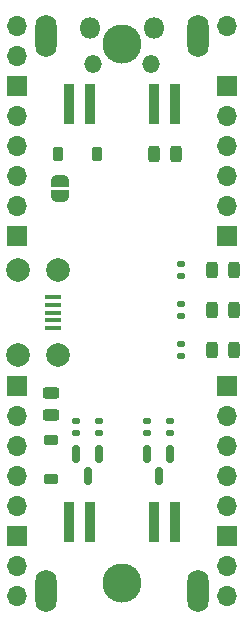
<source format=gbr>
%TF.GenerationSoftware,KiCad,Pcbnew,(7.0.0)*%
%TF.CreationDate,2023-03-17T13:32:38-05:00*%
%TF.ProjectId,adbuino,61646275-696e-46f2-9e6b-696361645f70,rev?*%
%TF.SameCoordinates,Original*%
%TF.FileFunction,Soldermask,Bot*%
%TF.FilePolarity,Negative*%
%FSLAX46Y46*%
G04 Gerber Fmt 4.6, Leading zero omitted, Abs format (unit mm)*
G04 Created by KiCad (PCBNEW (7.0.0)) date 2023-03-17 13:32:38*
%MOMM*%
%LPD*%
G01*
G04 APERTURE LIST*
G04 Aperture macros list*
%AMRoundRect*
0 Rectangle with rounded corners*
0 $1 Rounding radius*
0 $2 $3 $4 $5 $6 $7 $8 $9 X,Y pos of 4 corners*
0 Add a 4 corners polygon primitive as box body*
4,1,4,$2,$3,$4,$5,$6,$7,$8,$9,$2,$3,0*
0 Add four circle primitives for the rounded corners*
1,1,$1+$1,$2,$3*
1,1,$1+$1,$4,$5*
1,1,$1+$1,$6,$7*
1,1,$1+$1,$8,$9*
0 Add four rect primitives between the rounded corners*
20,1,$1+$1,$2,$3,$4,$5,0*
20,1,$1+$1,$4,$5,$6,$7,0*
20,1,$1+$1,$6,$7,$8,$9,0*
20,1,$1+$1,$8,$9,$2,$3,0*%
%AMFreePoly0*
4,1,19,0.500000,-0.750000,0.000000,-0.750000,0.000000,-0.744911,-0.071157,-0.744911,-0.207708,-0.704816,-0.327430,-0.627875,-0.420627,-0.520320,-0.479746,-0.390866,-0.500000,-0.250000,-0.500000,0.250000,-0.479746,0.390866,-0.420627,0.520320,-0.327430,0.627875,-0.207708,0.704816,-0.071157,0.744911,0.000000,0.744911,0.000000,0.750000,0.500000,0.750000,0.500000,-0.750000,0.500000,-0.750000,
$1*%
%AMFreePoly1*
4,1,19,0.000000,0.744911,0.071157,0.744911,0.207708,0.704816,0.327430,0.627875,0.420627,0.520320,0.479746,0.390866,0.500000,0.250000,0.500000,-0.250000,0.479746,-0.390866,0.420627,-0.520320,0.327430,-0.627875,0.207708,-0.704816,0.071157,-0.744911,0.000000,-0.744911,0.000000,-0.750000,-0.500000,-0.750000,-0.500000,0.750000,0.000000,0.750000,0.000000,0.744911,0.000000,0.744911,
$1*%
G04 Aperture macros list end*
%ADD10R,1.400000X0.400000*%
%ADD11C,2.000000*%
%ADD12C,0.001000*%
%ADD13FreePoly0,90.000000*%
%ADD14FreePoly1,90.000000*%
%ADD15O,1.800000X1.800000*%
%ADD16O,1.500000X1.500000*%
%ADD17O,1.700000X1.700000*%
%ADD18R,1.700000X1.700000*%
%ADD19RoundRect,0.135000X-0.185000X0.135000X-0.185000X-0.135000X0.185000X-0.135000X0.185000X0.135000X0*%
%ADD20RoundRect,0.243750X0.243750X0.456250X-0.243750X0.456250X-0.243750X-0.456250X0.243750X-0.456250X0*%
%ADD21R,0.900000X3.500000*%
%ADD22C,3.316000*%
%ADD23O,1.800000X3.600000*%
%ADD24RoundRect,0.150000X-0.150000X0.587500X-0.150000X-0.587500X0.150000X-0.587500X0.150000X0.587500X0*%
%ADD25RoundRect,0.243750X-0.456250X0.243750X-0.456250X-0.243750X0.456250X-0.243750X0.456250X0.243750X0*%
%ADD26RoundRect,0.225000X-0.225000X-0.375000X0.225000X-0.375000X0.225000X0.375000X-0.225000X0.375000X0*%
%ADD27RoundRect,0.225000X0.375000X-0.225000X0.375000X0.225000X-0.375000X0.225000X-0.375000X-0.225000X0*%
G04 APERTURE END LIST*
D10*
%TO.C,J2*%
X17819999Y75599999D03*
X17819999Y76249999D03*
X17819999Y76899999D03*
X17819999Y77549999D03*
X17819999Y78199999D03*
D11*
X14870000Y73325000D03*
X14870000Y80475000D03*
X18320000Y80475000D03*
X18320000Y73325000D03*
D12*
X17000000Y74900000D03*
X17000000Y78900000D03*
%TD*%
D13*
%TO.C,JP5*%
X18450000Y86750000D03*
D14*
X18450000Y88050000D03*
%TD*%
D15*
%TO.C,U2*%
X20974999Y100999999D03*
D16*
X21274999Y97969999D03*
X26124999Y97969999D03*
D15*
X26424999Y100999999D03*
D17*
X14809999Y101129999D03*
X14809999Y98589999D03*
D18*
X14809999Y96049999D03*
D17*
X14809999Y93509999D03*
X14809999Y90969999D03*
X14809999Y88429999D03*
X14809999Y85889999D03*
D18*
X14809999Y83349999D03*
X14809999Y70649999D03*
D17*
X14809999Y68109999D03*
X14809999Y65569999D03*
X14809999Y63029999D03*
X14809999Y60489999D03*
D18*
X14809999Y57949999D03*
D17*
X14809999Y55409999D03*
X14809999Y52869999D03*
X32589999Y52869999D03*
X32589999Y55409999D03*
D18*
X32589999Y57949999D03*
D17*
X32589999Y60489999D03*
X32589999Y63029999D03*
X32589999Y65569999D03*
X32589999Y68109999D03*
D18*
X32589999Y70649999D03*
X32589999Y83349999D03*
D17*
X32589999Y85889999D03*
X32589999Y88429999D03*
X32589999Y90969999D03*
X32589999Y93509999D03*
D18*
X32589999Y96049999D03*
D17*
X32589999Y101129999D03*
%TD*%
D19*
%TO.C,R6*%
X25850000Y67720000D03*
X25850000Y66700000D03*
%TD*%
%TO.C,R1*%
X21750000Y67720000D03*
X21750000Y66700000D03*
%TD*%
%TO.C,R2*%
X19850000Y67720000D03*
X19850000Y66700000D03*
%TD*%
D20*
%TO.C,D1*%
X33200000Y77151250D03*
X31325000Y77151250D03*
%TD*%
%TO.C,D3*%
X33200000Y80550000D03*
X31325000Y80550000D03*
%TD*%
D19*
%TO.C,R4*%
X28662500Y77661250D03*
X28662500Y76641250D03*
%TD*%
%TO.C,R5*%
X28662500Y74262500D03*
X28662500Y73242500D03*
%TD*%
%TO.C,R12*%
X28662500Y81060000D03*
X28662500Y80040000D03*
%TD*%
D21*
%TO.C,J5*%
X26399999Y94549999D03*
X20999999Y94549999D03*
X28199999Y94549999D03*
X19199999Y94549999D03*
D22*
X23700000Y99650000D03*
D23*
X30099999Y100349999D03*
X17299999Y100349999D03*
%TD*%
D24*
%TO.C,Q2*%
X25850000Y64937500D03*
X27750000Y64937500D03*
X26800000Y63062500D03*
%TD*%
D20*
%TO.C,D2*%
X33200000Y73752500D03*
X31325000Y73752500D03*
%TD*%
D24*
%TO.C,Q1*%
X19850000Y64937500D03*
X21750000Y64937500D03*
X20800000Y63062500D03*
%TD*%
D19*
%TO.C,R3*%
X27750000Y67720000D03*
X27750000Y66700000D03*
%TD*%
D21*
%TO.C,J4*%
X20999999Y59149999D03*
X26399999Y59149999D03*
X19199999Y59149999D03*
X28199999Y59149999D03*
D22*
X23700000Y54050000D03*
D23*
X17299999Y53349999D03*
X30099999Y53349999D03*
%TD*%
D25*
%TO.C,F2*%
X17700000Y70137500D03*
X17700000Y68262500D03*
%TD*%
D26*
%TO.C,D4*%
X18300000Y90350000D03*
X21600000Y90350000D03*
%TD*%
D20*
%TO.C,F1*%
X28287500Y90350000D03*
X26412500Y90350000D03*
%TD*%
D27*
%TO.C,D5*%
X17700000Y62850000D03*
X17700000Y66150000D03*
%TD*%
M02*

</source>
